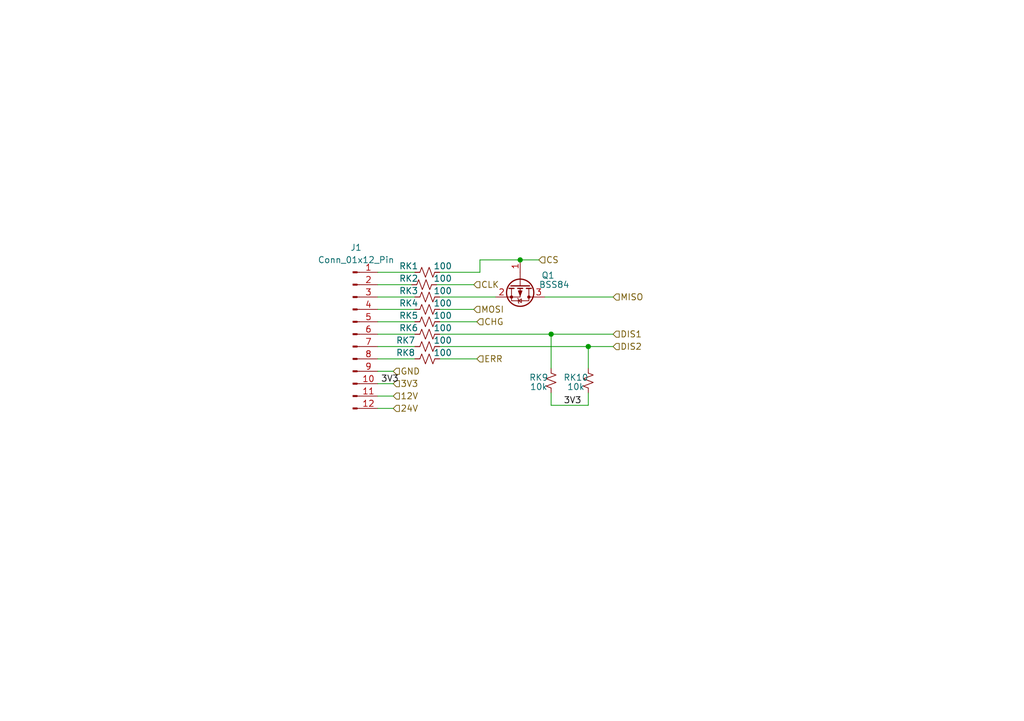
<source format=kicad_sch>
(kicad_sch (version 20231120) (generator "eeschema") (generator_version "8.0")
  (paper "A5")
  (lib_symbols
    (symbol "Connector:Conn_01x12_Pin" (pin_names (offset 1.016) hide)
      (property "Reference" "J" (at 0 15.24 0))
      (property "Value" "Conn_01x12_Pin" (at 0 -17.78 0))
      (symbol "Conn_01x12_Pin_1_1"
        (polyline (pts (xy 1.27 -15.24) (xy 0.8636 -15.24)) (stroke (width 0.1524)))
        (polyline (pts (xy 1.27 -12.7) (xy 0.8636 -12.7)) (stroke (width 0.1524)))
        (polyline (pts (xy 1.27 -10.16) (xy 0.8636 -10.16)) (stroke (width 0.1524)))
        (polyline (pts (xy 1.27 -7.62) (xy 0.8636 -7.62)) (stroke (width 0.1524)))
        (polyline (pts (xy 1.27 -5.08) (xy 0.8636 -5.08)) (stroke (width 0.1524)))
        (polyline (pts (xy 1.27 -2.54) (xy 0.8636 -2.54)) (stroke (width 0.1524)))
        (polyline (pts (xy 1.27 0) (xy 0.8636 0)) (stroke (width 0.1524)))
        (polyline (pts (xy 1.27 2.54) (xy 0.8636 2.54)) (stroke (width 0.1524)))
        (polyline (pts (xy 1.27 5.08) (xy 0.8636 5.08)) (stroke (width 0.1524)))
        (polyline (pts (xy 1.27 7.62) (xy 0.8636 7.62)) (stroke (width 0.1524)))
        (polyline (pts (xy 1.27 10.16) (xy 0.8636 10.16)) (stroke (width 0.1524)))
        (polyline (pts (xy 1.27 12.7) (xy 0.8636 12.7)) (stroke (width 0.1524)))
        (rectangle (start 0.8636 -15.113) (end 0 -15.367) (stroke (width 0.1524)) (fill (type outline)))
        (rectangle (start 0.8636 -12.573) (end 0 -12.827) (stroke (width 0.1524)) (fill (type outline)))
        (rectangle (start 0.8636 -10.033) (end 0 -10.287) (stroke (width 0.1524)) (fill (type outline)))
        (rectangle (start 0.8636 -7.493) (end 0 -7.747) (stroke (width 0.1524)) (fill (type outline)))
        (rectangle (start 0.8636 -4.953) (end 0 -5.207) (stroke (width 0.1524)) (fill (type outline)))
        (rectangle (start 0.8636 -2.413) (end 0 -2.667) (stroke (width 0.1524)) (fill (type outline)))
        (rectangle (start 0.8636 0.127) (end 0 -0.127) (stroke (width 0.1524)) (fill (type outline)))
        (rectangle (start 0.8636 2.667) (end 0 2.413) (stroke (width 0.1524)) (fill (type outline)))
        (rectangle (start 0.8636 5.207) (end 0 4.953) (stroke (width 0.1524)) (fill (type outline)))
        (rectangle (start 0.8636 7.747) (end 0 7.493) (stroke (width 0.1524)) (fill (type outline)))
        (rectangle (start 0.8636 10.287) (end 0 10.033) (stroke (width 0.1524)) (fill (type outline)))
        (rectangle (start 0.8636 12.827) (end 0 12.573) (stroke (width 0.1524)) (fill (type outline)))
        (pin passive line (at 5.08 12.7 180) (length 3.81) (name "Pin_1") (number "1"))
        (pin passive line (at 5.08 -10.16 180) (length 3.81) (name "Pin_10") (number "10"))
        (pin passive line (at 5.08 -12.7 180) (length 3.81) (name "Pin_11") (number "11"))
        (pin passive line (at 5.08 -15.24 180) (length 3.81) (name "Pin_12") (number "12"))
        (pin passive line (at 5.08 10.16 180) (length 3.81) (name "Pin_2") (number "2"))
        (pin passive line (at 5.08 7.62 180) (length 3.81) (name "Pin_3") (number "3"))
        (pin passive line (at 5.08 5.08 180) (length 3.81) (name "Pin_4") (number "4"))
        (pin passive line (at 5.08 2.54 180) (length 3.81) (name "Pin_5") (number "5"))
        (pin passive line (at 5.08 0 180) (length 3.81) (name "Pin_6") (number "6"))
        (pin passive line (at 5.08 -2.54 180) (length 3.81) (name "Pin_7") (number "7"))
        (pin passive line (at 5.08 -5.08 180) (length 3.81) (name "Pin_8") (number "8"))
        (pin passive line (at 5.08 -7.62 180) (length 3.81) (name "Pin_9") (number "9"))
      )
    )
    (symbol "Device:R_Small_US" (pin_numbers hide) (pin_names (offset 0.254) hide)
      (property "Reference" "R" (at 0.762 0.508 0))
      (property "Value" "R_Small_US" (at 0.762 -1.016 0))
      (symbol "R_Small_US_1_1"
        (polyline (pts (xy 0 0) (xy 1.016 -0.381) (xy 0 -0.762) (xy -1.016 -1.143) (xy 0 -1.524)))
        (polyline (pts (xy 0 1.524) (xy 1.016 1.143) (xy 0 0.762) (xy -1.016 0.381) (xy 0 0)))
        (pin passive line (at 0 2.54 270) (length 1.016) (name "~") (number "1"))
        (pin passive line (at 0 -2.54 90) (length 1.016) (name "~") (number "2"))
      )
    )
    (symbol "Transistor_FET:BSS84" (pin_names hide)
      (property "Reference" "Q" (at 5.08 1.905 0))
      (property "Value" "BSS84" (at 5.08 0 0))
      (symbol "BSS84_0_1"
        (polyline (pts (xy 0.254 0) (xy -2.54 0)))
        (polyline (pts (xy 0.254 1.905) (xy 0.254 -1.905)) (stroke (width 0.254)))
        (polyline (pts (xy 0.762 -1.27) (xy 0.762 -2.286)) (stroke (width 0.254)))
        (polyline (pts (xy 0.762 0.508) (xy 0.762 -0.508)) (stroke (width 0.254)))
        (polyline (pts (xy 0.762 2.286) (xy 0.762 1.27)) (stroke (width 0.254)))
        (polyline (pts (xy 2.54 2.54) (xy 2.54 1.778)))
        (polyline (pts (xy 2.54 -2.54) (xy 2.54 0) (xy 0.762 0)))
        (polyline (pts (xy 0.762 1.778) (xy 3.302 1.778) (xy 3.302 -1.778) (xy 0.762 -1.778)))
        (polyline (pts (xy 2.286 0) (xy 1.27 0.381) (xy 1.27 -0.381) (xy 2.286 0)) (fill (type outline)))
        (polyline (pts (xy 2.794 -0.508) (xy 2.921 -0.381) (xy 3.683 -0.381) (xy 3.81 -0.254)))
        (polyline (pts (xy 3.302 -0.381) (xy 2.921 0.254) (xy 3.683 0.254) (xy 3.302 -0.381)))
        (circle (center 1.651 0) (radius 2.794) (stroke (width 0.254)))
        (circle (center 2.54 -1.778) (radius 0.254) (fill (type outline)))
        (circle (center 2.54 1.778) (radius 0.254) (fill (type outline)))
      )
      (symbol "BSS84_1_1"
        (pin input line (at -5.08 0 0) (length 2.54) (name "G") (number "1"))
        (pin passive line (at 2.54 -5.08 90) (length 2.54) (name "S") (number "2"))
        (pin passive line (at 2.54 5.08 270) (length 2.54) (name "D") (number "3"))
      )
    )
  )
  (junction (at 120.65 71.12))
  (junction (at 106.68 53.34))
  (junction (at 113.03 68.58))
  (wire (pts (xy 106.68 53.34) (xy 98.425 53.34)))
  (wire (pts (xy 77.47 83.82) (xy 80.645 83.82)))
  (wire (pts (xy 120.65 71.12) (xy 120.65 75.565)))
  (wire (pts (xy 77.47 73.66) (xy 85.09 73.66)))
  (wire (pts (xy 90.17 63.5) (xy 97.155 63.5)))
  (wire (pts (xy 90.17 68.58) (xy 113.03 68.58)))
  (wire (pts (xy 97.155 58.42) (xy 89.535 58.42)))
  (wire (pts (xy 90.17 60.96) (xy 101.6 60.96)))
  (wire (pts (xy 125.73 71.12) (xy 120.65 71.12)))
  (wire (pts (xy 77.47 81.28) (xy 80.645 81.28)))
  (wire (pts (xy 77.47 78.74) (xy 80.645 78.74)))
  (wire (pts (xy 113.03 68.58) (xy 113.03 75.565)))
  (wire (pts (xy 125.73 60.96) (xy 111.76 60.96)))
  (wire (pts (xy 85.09 63.5) (xy 77.47 63.5)))
  (wire (pts (xy 113.03 68.58) (xy 125.73 68.58)))
  (wire (pts (xy 77.47 76.2) (xy 80.645 76.2)))
  (wire (pts (xy 98.425 53.34) (xy 98.425 55.88)))
  (wire (pts (xy 97.79 73.66) (xy 90.17 73.66)))
  (wire (pts (xy 113.03 80.645) (xy 113.03 83.185)))
  (wire (pts (xy 84.455 58.42) (xy 77.47 58.42)))
  (wire (pts (xy 77.47 71.12) (xy 85.09 71.12)))
  (wire (pts (xy 77.47 66.04) (xy 85.09 66.04)))
  (wire (pts (xy 90.17 55.88) (xy 98.425 55.88)))
  (wire (pts (xy 113.03 83.185) (xy 120.65 83.185)))
  (wire (pts (xy 85.09 55.88) (xy 77.47 55.88)))
  (wire (pts (xy 77.47 68.58) (xy 85.09 68.58)))
  (wire (pts (xy 120.65 83.185) (xy 120.65 80.645)))
  (wire (pts (xy 97.79 66.04) (xy 90.17 66.04)))
  (wire (pts (xy 120.65 71.12) (xy 90.17 71.12)))
  (wire (pts (xy 110.49 53.34) (xy 106.68 53.34)))
  (wire (pts (xy 85.09 60.96) (xy 77.47 60.96)))
  (label "3V3" (at 115.57 83.185 0))
  (label "3V3" (at 78.105 78.74 0))
  (hierarchical_label "24V" (shape input) (at 80.645 83.82 0))
  (hierarchical_label "ERR" (shape input) (at 97.79 73.66 0))
  (hierarchical_label "MOSI" (shape input) (at 97.155 63.5 0))
  (hierarchical_label "12V" (shape input) (at 80.645 81.28 0))
  (hierarchical_label "CHG" (shape input) (at 97.79 66.04 0))
  (hierarchical_label "GND" (shape input) (at 80.645 76.2 0))
  (hierarchical_label "CLK" (shape input) (at 97.155 58.42 0))
  (hierarchical_label "3V3" (shape input) (at 80.645 78.74 0))
  (hierarchical_label "CS" (shape input) (at 110.49 53.34 0))
  (hierarchical_label "MISO" (shape input) (at 125.73 60.96 0))
  (hierarchical_label "DIS1" (shape input) (at 125.73 68.58 0))
  (hierarchical_label "DIS2" (shape input) (at 125.73 71.12 0))
  (symbol (lib_id "Device:R_Small_US") (at 87.63 66.04 90) (unit 1)
    (property "Reference" "RK5" (at 83.82 64.77 90))
    (property "Value" "100" (at 90.805 64.77 90))
    (property "Footprint" "Resistor_SMD:R_0402_1005Metric" (effects (hide yes)))
    (property "Description" "MFR.Part # ERJ2GEJ101X JLCPCB Part # C412972" (effects (hide yes)))
  )
  (symbol (lib_id "Device:R_Small_US") (at 87.63 71.12 90) (unit 1)
    (property "Reference" "RK7" (at 83.185 69.85 90))
    (property "Value" "100" (at 90.805 69.85 90))
    (property "Footprint" "Resistor_SMD:R_0402_1005Metric" (effects (hide yes)))
    (property "Description" "MFR.Part # ERJ2GEJ101X JLCPCB Part # C412972" (effects (hide yes)))
  )
  (symbol (lib_id "Device:R_Small_US") (at 87.63 63.5 90) (unit 1)
    (property "Reference" "RK4" (at 83.82 62.23 90))
    (property "Value" "100" (at 90.805 62.23 90))
    (property "Footprint" "Resistor_SMD:R_0402_1005Metric" (effects (hide yes)))
    (property "Description" "MFR.Part # ERJ2GEJ101X JLCPCB Part # C412972" (effects (hide yes)))
  )
  (symbol (lib_id "Device:R_Small_US") (at 87.63 68.58 90) (unit 1)
    (property "Reference" "RK6" (at 83.82 67.31 90))
    (property "Value" "100" (at 90.805 67.31 90))
    (property "Footprint" "Resistor_SMD:R_0402_1005Metric" (effects (hide yes)))
    (property "Description" "MFR.Part # ERJ2GEJ101X JLCPCB Part # C412972" (effects (hide yes)))
  )
  (symbol (lib_id "Device:R_Small_US") (at 87.63 55.88 90) (unit 1)
    (property "Reference" "RK1" (at 83.82 54.61 90))
    (property "Value" "100" (at 90.805 54.61 90))
    (property "Footprint" "Resistor_SMD:R_0402_1005Metric" (effects (hide yes)))
    (property "Description" "MFR.Part # ERJ2GEJ101X JLCPCB Part # C412972" (effects (hide yes)))
  )
  (symbol (lib_id "Connector:Conn_01x12_Pin") (at 72.39 68.58 0) (unit 1)
    (property "Reference" "J1" (at 73.025 50.8 0))
    (property "Value" "Conn_01x12_Pin" (at 73.025 53.34 0))
    (property "Description" "Generic connector, single row, 01x12, script generated" (effects (hide yes)))
  )
  (symbol (lib_id "Device:R_Small_US") (at 87.63 60.96 90) (unit 1)
    (property "Reference" "RK3" (at 83.82 59.69 90))
    (property "Value" "100" (at 90.805 59.69 90))
    (property "Footprint" "Resistor_SMD:R_0402_1005Metric" (effects (hide yes)))
    (property "Description" "MFR.Part # ERJ2GEJ101X JLCPCB Part # C412972" (effects (hide yes)))
  )
  (symbol (lib_id "Device:R_Small_US") (at 87.63 73.66 90) (unit 1)
    (property "Reference" "RK8" (at 83.185 72.39 90))
    (property "Value" "100" (at 90.805 72.39 90))
    (property "Footprint" "Resistor_SMD:R_0402_1005Metric" (effects (hide yes)))
    (property "Description" "MFR.Part # ERJ2GEJ101X JLCPCB Part # C412972" (effects (hide yes)))
  )
  (symbol (lib_id "Device:R_Small_US") (at 113.03 78.105 180) (unit 1)
    (property "Reference" "RK9" (at 110.49 77.47 0))
    (property "Value" "10k" (at 110.49 79.375 0))
    (property "Footprint" "Resistor_SMD:R_0402_1005Metric" (effects (hide yes)))
    (property "Description" "MFR.Part # 0402WGJ0103TCE JLCPCB Part # C25531" (effects (hide yes)))
  )
  (symbol (lib_id "Device:R_Small_US") (at 120.65 78.105 180) (unit 1)
    (property "Reference" "RK10" (at 118.11 77.47 0))
    (property "Value" "10k" (at 118.11 79.375 0))
    (property "Footprint" "Resistor_SMD:R_0402_1005Metric" (effects (hide yes)))
    (property "Description" "MFR.Part # 0402WGJ0103TCE JLCPCB Part # C25531" (effects (hide yes)))
  )
  (symbol (lib_id "Transistor_FET:BSS84") (at 106.68 58.42 270) (unit 1)
    (property "Reference" "Q1" (at 112.395 56.515 90))
    (property "Value" "BSS84" (at 113.665 58.42 90))
    (property "Footprint" "Package_TO_SOT_SMD:SOT-23" (effects (hide yes)))
    (property "Datasheet" "http://assets.nexperia.com/documents/data-sheet/BSS84.pdf" (effects (hide yes)))
    (property "Description" "-0.13A Id, -50V Vds, P-Channel MOSFET, SOT-23" (effects (hide yes)))
  )
  (symbol (lib_id "Device:R_Small_US") (at 86.995 58.42 90) (unit 1)
    (property "Reference" "RK2" (at 83.82 57.15 90))
    (property "Value" "100" (at 90.805 57.15 90))
    (property "Footprint" "Resistor_SMD:R_0402_1005Metric" (effects (hide yes)))
    (property "Description" "MFR.Part # ERJ2GEJ101X JLCPCB Part # C412972" (effects (hide yes)))
  )
)
</source>
